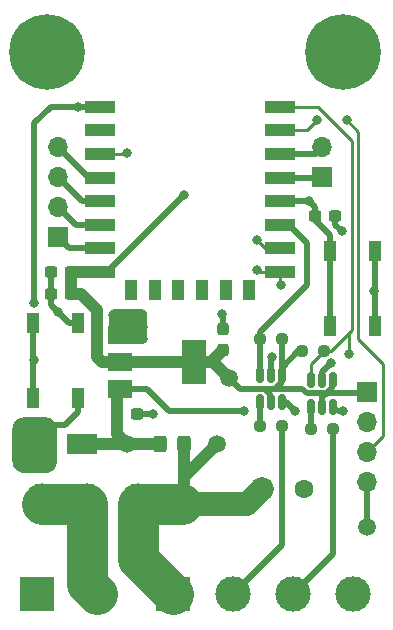
<source format=gtl>
%TF.GenerationSoftware,KiCad,Pcbnew,(6.0.5)*%
%TF.CreationDate,2023-06-01T20:28:18+03:00*%
%TF.ProjectId,led-controller,6c65642d-636f-46e7-9472-6f6c6c65722e,rev?*%
%TF.SameCoordinates,Original*%
%TF.FileFunction,Copper,L1,Top*%
%TF.FilePolarity,Positive*%
%FSLAX46Y46*%
G04 Gerber Fmt 4.6, Leading zero omitted, Abs format (unit mm)*
G04 Created by KiCad (PCBNEW (6.0.5)) date 2023-06-01 20:28:18*
%MOMM*%
%LPD*%
G01*
G04 APERTURE LIST*
G04 Aperture macros list*
%AMRoundRect*
0 Rectangle with rounded corners*
0 $1 Rounding radius*
0 $2 $3 $4 $5 $6 $7 $8 $9 X,Y pos of 4 corners*
0 Add a 4 corners polygon primitive as box body*
4,1,4,$2,$3,$4,$5,$6,$7,$8,$9,$2,$3,0*
0 Add four circle primitives for the rounded corners*
1,1,$1+$1,$2,$3*
1,1,$1+$1,$4,$5*
1,1,$1+$1,$6,$7*
1,1,$1+$1,$8,$9*
0 Add four rect primitives between the rounded corners*
20,1,$1+$1,$2,$3,$4,$5,0*
20,1,$1+$1,$4,$5,$6,$7,0*
20,1,$1+$1,$6,$7,$8,$9,0*
20,1,$1+$1,$8,$9,$2,$3,0*%
G04 Aperture macros list end*
%TA.AperFunction,SMDPad,CuDef*%
%ADD10RoundRect,0.237500X-0.300000X-0.237500X0.300000X-0.237500X0.300000X0.237500X-0.300000X0.237500X0*%
%TD*%
%TA.AperFunction,ComponentPad*%
%ADD11R,1.700000X1.700000*%
%TD*%
%TA.AperFunction,ComponentPad*%
%ADD12O,1.700000X1.700000*%
%TD*%
%TA.AperFunction,SMDPad,CuDef*%
%ADD13RoundRect,0.237500X-0.250000X-0.237500X0.250000X-0.237500X0.250000X0.237500X-0.250000X0.237500X0*%
%TD*%
%TA.AperFunction,SMDPad,CuDef*%
%ADD14RoundRect,0.237500X0.237500X-0.300000X0.237500X0.300000X-0.237500X0.300000X-0.237500X-0.300000X0*%
%TD*%
%TA.AperFunction,SMDPad,CuDef*%
%ADD15R,1.000000X1.700000*%
%TD*%
%TA.AperFunction,SMDPad,CuDef*%
%ADD16C,1.500000*%
%TD*%
%TA.AperFunction,SMDPad,CuDef*%
%ADD17RoundRect,0.237500X0.250000X0.237500X-0.250000X0.237500X-0.250000X-0.237500X0.250000X-0.237500X0*%
%TD*%
%TA.AperFunction,SMDPad,CuDef*%
%ADD18R,2.500000X1.800000*%
%TD*%
%TA.AperFunction,SMDPad,CuDef*%
%ADD19RoundRect,0.237500X0.300000X0.237500X-0.300000X0.237500X-0.300000X-0.237500X0.300000X-0.237500X0*%
%TD*%
%TA.AperFunction,ComponentPad*%
%ADD20O,3.000000X3.500000*%
%TD*%
%TA.AperFunction,ComponentPad*%
%ADD21R,1.600000X1.600000*%
%TD*%
%TA.AperFunction,ComponentPad*%
%ADD22C,1.600000*%
%TD*%
%TA.AperFunction,ComponentPad*%
%ADD23R,3.000000X3.000000*%
%TD*%
%TA.AperFunction,ComponentPad*%
%ADD24C,3.000000*%
%TD*%
%TA.AperFunction,ComponentPad*%
%ADD25C,0.800000*%
%TD*%
%TA.AperFunction,ComponentPad*%
%ADD26C,6.400000*%
%TD*%
%TA.AperFunction,SMDPad,CuDef*%
%ADD27RoundRect,0.150000X-0.150000X0.512500X-0.150000X-0.512500X0.150000X-0.512500X0.150000X0.512500X0*%
%TD*%
%TA.AperFunction,SMDPad,CuDef*%
%ADD28R,2.000000X1.500000*%
%TD*%
%TA.AperFunction,SMDPad,CuDef*%
%ADD29R,2.000000X3.800000*%
%TD*%
%TA.AperFunction,SMDPad,CuDef*%
%ADD30RoundRect,0.250000X0.325000X0.450000X-0.325000X0.450000X-0.325000X-0.450000X0.325000X-0.450000X0*%
%TD*%
%TA.AperFunction,SMDPad,CuDef*%
%ADD31R,2.500000X1.000000*%
%TD*%
%TA.AperFunction,SMDPad,CuDef*%
%ADD32R,1.000000X1.800000*%
%TD*%
%TA.AperFunction,ViaPad*%
%ADD33C,0.800000*%
%TD*%
%TA.AperFunction,Conductor*%
%ADD34C,2.000000*%
%TD*%
%TA.AperFunction,Conductor*%
%ADD35C,1.000000*%
%TD*%
%TA.AperFunction,Conductor*%
%ADD36C,3.500000*%
%TD*%
%TA.AperFunction,Conductor*%
%ADD37C,0.250000*%
%TD*%
%TA.AperFunction,Conductor*%
%ADD38C,0.500000*%
%TD*%
G04 APERTURE END LIST*
D10*
X98397500Y-104140000D03*
X100122500Y-104140000D03*
D11*
X93418000Y-89144000D03*
D12*
X93418000Y-86604000D03*
X93418000Y-84064000D03*
X93418000Y-81524000D03*
D13*
X110539500Y-97790000D03*
X112364500Y-97790000D03*
D14*
X107388000Y-98652500D03*
X107388000Y-96927500D03*
D15*
X95064000Y-96418000D03*
X95064000Y-102718000D03*
X91264000Y-96418000D03*
X91264000Y-102718000D03*
D16*
X119580000Y-113665000D03*
X99260000Y-106680000D03*
D17*
X112364500Y-105156000D03*
X110539500Y-105156000D03*
D18*
X95450000Y-106680000D03*
X91450000Y-106680000D03*
D19*
X94534500Y-93980000D03*
X92809500Y-93980000D03*
D20*
X95840000Y-111760000D03*
X92040000Y-111760000D03*
X103940000Y-111760000D03*
X100140000Y-111760000D03*
D21*
X110690000Y-110490000D03*
D22*
X114190000Y-110490000D03*
D23*
X91640000Y-119380000D03*
D24*
X96720000Y-119380000D03*
D17*
X115920500Y-98806000D03*
X114095500Y-98806000D03*
D11*
X119580000Y-102245000D03*
D12*
X119580000Y-104785000D03*
X119580000Y-107325000D03*
X119580000Y-109865000D03*
D25*
X119197056Y-75197056D03*
X117500000Y-71100000D03*
X119900000Y-73500000D03*
X117500000Y-75900000D03*
D26*
X117500000Y-73500000D03*
D25*
X115802944Y-71802944D03*
X115802944Y-75197056D03*
X119197056Y-71802944D03*
X115100000Y-73500000D03*
D17*
X116682500Y-105410000D03*
X114857500Y-105410000D03*
D27*
X112402000Y-100843500D03*
X111452000Y-100843500D03*
X110502000Y-100843500D03*
X110502000Y-103118500D03*
X111452000Y-103118500D03*
X112402000Y-103118500D03*
D10*
X115161500Y-87376000D03*
X116886500Y-87376000D03*
D19*
X94534500Y-92075000D03*
X92809500Y-92075000D03*
D16*
X107896000Y-101092000D03*
D11*
X115770000Y-84079000D03*
D12*
X115770000Y-81539000D03*
D25*
X92500000Y-71100000D03*
X90802944Y-71802944D03*
X94197056Y-71802944D03*
D26*
X92500000Y-73500000D03*
D25*
X94197056Y-75197056D03*
X94900000Y-73500000D03*
X92500000Y-75900000D03*
X90100000Y-73500000D03*
X90802944Y-75197056D03*
D27*
X116720000Y-101224500D03*
X115770000Y-101224500D03*
X114820000Y-101224500D03*
X114820000Y-103499500D03*
X115770000Y-103499500D03*
X116720000Y-103499500D03*
D28*
X98650000Y-97395000D03*
X98650000Y-99695000D03*
D29*
X104950000Y-99695000D03*
D28*
X98650000Y-101995000D03*
D30*
X104095000Y-106680000D03*
X102045000Y-106680000D03*
D15*
X116410000Y-90322000D03*
X116410000Y-96622000D03*
X120210000Y-96622000D03*
X120210000Y-90322000D03*
D23*
X103135302Y-119380000D03*
D24*
X108215302Y-119380000D03*
X113295302Y-119380000D03*
X118375302Y-119380000D03*
D31*
X96994000Y-78092000D03*
X96994000Y-80092000D03*
X96994000Y-82092000D03*
X96994000Y-84092000D03*
X96994000Y-86092000D03*
X96994000Y-88092000D03*
X96994000Y-90092000D03*
X96994000Y-92092000D03*
D32*
X99594000Y-93592000D03*
X101594000Y-93592000D03*
X103594000Y-93592000D03*
X105594000Y-93592000D03*
X107594000Y-93592000D03*
X109594000Y-93592000D03*
D31*
X112194000Y-92092000D03*
X112194000Y-90092000D03*
X112194000Y-88092000D03*
X112194000Y-86092000D03*
X112194000Y-84092000D03*
X112194000Y-82092000D03*
X112194000Y-80092000D03*
X112194000Y-78092000D03*
D16*
X106880000Y-106680000D03*
D33*
X99060000Y-95758000D03*
X93418000Y-95504000D03*
X90424000Y-105029000D03*
X100584000Y-97790000D03*
X120142000Y-93726000D03*
X100076000Y-95758000D03*
X90424000Y-108331000D03*
X101473000Y-104140000D03*
X98044000Y-95758000D03*
X112268000Y-93218000D03*
X92456000Y-108331000D03*
X91440000Y-105029000D03*
X111515000Y-99314000D03*
X92456000Y-105029000D03*
X91440000Y-108331000D03*
X117460500Y-88646000D03*
X110236000Y-91948000D03*
X100584000Y-96774000D03*
X116532000Y-99822000D03*
X107315000Y-95631000D03*
X109166000Y-103886000D03*
X117548000Y-103886000D03*
X113484000Y-103886000D03*
X104086000Y-85598000D03*
X91386000Y-99568000D03*
X91386000Y-94742000D03*
X95082000Y-78092000D03*
X114639500Y-86092000D03*
X118056000Y-99060000D03*
X117856000Y-79248000D03*
X115316000Y-79248000D03*
X99260000Y-82042000D03*
X110236000Y-89408000D03*
D34*
X103940000Y-111760000D02*
X109420000Y-111760000D01*
D35*
X104349000Y-109211000D02*
X104095000Y-109211000D01*
X106880000Y-106680000D02*
X104349000Y-109211000D01*
X104095000Y-111605000D02*
X103940000Y-111760000D01*
X104095000Y-106680000D02*
X104095000Y-109211000D01*
D36*
X100140000Y-111760000D02*
X100140000Y-116384698D01*
D35*
X104095000Y-109211000D02*
X104095000Y-111605000D01*
D36*
X100140000Y-116384698D02*
X103135302Y-119380000D01*
D34*
X109420000Y-111760000D02*
X110690000Y-110490000D01*
D36*
X100140000Y-111760000D02*
X103940000Y-111760000D01*
D37*
X112194000Y-92092000D02*
X110380000Y-92092000D01*
D38*
X111452000Y-100843500D02*
X111452000Y-99377000D01*
X116886500Y-88072000D02*
X117460500Y-88646000D01*
X95064000Y-96418000D02*
X94332000Y-96418000D01*
X95064000Y-102718000D02*
X95064000Y-103945000D01*
D37*
X112194000Y-93144000D02*
X112268000Y-93218000D01*
D38*
X120210000Y-93794000D02*
X120142000Y-93726000D01*
X95064000Y-103945000D02*
X93980000Y-105029000D01*
X107388000Y-95704000D02*
X107315000Y-95631000D01*
X120210000Y-96622000D02*
X120210000Y-93794000D01*
X107388000Y-96927500D02*
X107388000Y-95704000D01*
X115770000Y-100584000D02*
X116532000Y-99822000D01*
X92809500Y-92075000D02*
X92809500Y-93980000D01*
X119580000Y-113665000D02*
X119580000Y-109865000D01*
X115770000Y-101224500D02*
X115770000Y-100584000D01*
X120210000Y-90322000D02*
X120210000Y-93658000D01*
X120210000Y-93658000D02*
X120142000Y-93726000D01*
X92809500Y-93980000D02*
X92809500Y-94895500D01*
X111452000Y-99377000D02*
X111515000Y-99314000D01*
X92809500Y-94895500D02*
X93418000Y-95504000D01*
X94332000Y-96418000D02*
X93418000Y-95504000D01*
D37*
X110380000Y-92092000D02*
X110236000Y-91948000D01*
X112194000Y-92092000D02*
X112194000Y-93144000D01*
D38*
X100122500Y-104140000D02*
X101473000Y-104140000D01*
X93980000Y-105029000D02*
X92456000Y-105029000D01*
X116886500Y-87376000D02*
X116886500Y-88072000D01*
D35*
X98397500Y-104140000D02*
X98397500Y-102247500D01*
X95450000Y-106680000D02*
X99260000Y-106680000D01*
D38*
X112402000Y-103118500D02*
X112716500Y-103118500D01*
X117106500Y-103886000D02*
X116720000Y-103499500D01*
D35*
X102045000Y-106680000D02*
X99260000Y-106680000D01*
D38*
X117548000Y-103886000D02*
X117106500Y-103886000D01*
D35*
X99260000Y-106680000D02*
X98397500Y-105817500D01*
D38*
X100925000Y-101995000D02*
X98650000Y-101995000D01*
D35*
X98397500Y-105817500D02*
X98397500Y-104140000D01*
D38*
X112716500Y-103118500D02*
X113484000Y-103886000D01*
X109166000Y-103886000D02*
X102816000Y-103886000D01*
X102816000Y-103886000D02*
X100925000Y-101995000D01*
D35*
X98397500Y-102247500D02*
X98650000Y-101995000D01*
D38*
X114447151Y-102362000D02*
X115593809Y-102362000D01*
D35*
X94534500Y-93980000D02*
X95375022Y-93980000D01*
D38*
X108810480Y-102006480D02*
X110900329Y-102006480D01*
X114091631Y-102006480D02*
X114447151Y-102362000D01*
X110900329Y-102006480D02*
X111452000Y-102558151D01*
X116720000Y-101784849D02*
X116720000Y-101224500D01*
D35*
X104950000Y-99695000D02*
X106345500Y-99695000D01*
D38*
X96994000Y-92092000D02*
X97592000Y-92092000D01*
X112402000Y-100843500D02*
X112402000Y-101403849D01*
D35*
X95375022Y-93980000D02*
X96720000Y-95324978D01*
X96720000Y-99314000D02*
X97101000Y-99695000D01*
D38*
X115966658Y-102538191D02*
X116720000Y-101784849D01*
D35*
X94534500Y-92075000D02*
X96977000Y-92075000D01*
D38*
X112364500Y-100806000D02*
X112364500Y-100179500D01*
X111799369Y-102006480D02*
X111553520Y-102006480D01*
X112364500Y-100806000D02*
X112402000Y-100843500D01*
X115593809Y-102362000D02*
X115770000Y-102538191D01*
X112364500Y-100179500D02*
X113738000Y-98806000D01*
X110900329Y-102006480D02*
X114091631Y-102006480D01*
X97592000Y-92092000D02*
X104086000Y-85598000D01*
D35*
X94534500Y-93980000D02*
X94534500Y-92075000D01*
D38*
X111452000Y-102558151D02*
X111452000Y-103118500D01*
X112402000Y-101403849D02*
X111799369Y-102006480D01*
D35*
X106345500Y-99695000D02*
X106499000Y-99695000D01*
X98650000Y-99695000D02*
X104950000Y-99695000D01*
X96720000Y-95324978D02*
X96720000Y-99314000D01*
X106499000Y-99695000D02*
X107896000Y-101092000D01*
X106345500Y-99695000D02*
X107388000Y-98652500D01*
D38*
X115593809Y-102362000D02*
X119463000Y-102362000D01*
X107896000Y-101092000D02*
X108810480Y-102006480D01*
D35*
X97101000Y-99695000D02*
X98650000Y-99695000D01*
D38*
X115770000Y-102538191D02*
X115770000Y-103499500D01*
X115770000Y-102538191D02*
X115966658Y-102538191D01*
X113738000Y-98806000D02*
X114095500Y-98806000D01*
D35*
X96977000Y-92075000D02*
X96994000Y-92092000D01*
D38*
X112364500Y-97790000D02*
X112364500Y-100806000D01*
X119463000Y-102362000D02*
X119580000Y-102245000D01*
X95082000Y-78092000D02*
X92796000Y-78092000D01*
X91386000Y-94742000D02*
X91386000Y-79502000D01*
X96994000Y-78092000D02*
X95082000Y-78092000D01*
X91264000Y-96418000D02*
X91264000Y-99446000D01*
X91386000Y-79502000D02*
X92796000Y-78092000D01*
X91264000Y-99690000D02*
X91386000Y-99568000D01*
X91264000Y-99446000D02*
X91386000Y-99568000D01*
X91264000Y-102718000D02*
X91264000Y-99690000D01*
X115161500Y-87729500D02*
X115161500Y-87376000D01*
X116410000Y-90322000D02*
X116410000Y-88978000D01*
X112194000Y-86092000D02*
X114639500Y-86092000D01*
X115161500Y-87376000D02*
X115161500Y-86614000D01*
X115161500Y-86614000D02*
X114639500Y-86092000D01*
X116410000Y-96622000D02*
X116410000Y-90322000D01*
X116410000Y-88978000D02*
X115161500Y-87729500D01*
D36*
X95840000Y-118500000D02*
X96720000Y-119380000D01*
X95840000Y-111760000D02*
X95840000Y-118500000D01*
X92040000Y-111760000D02*
X95840000Y-111760000D01*
D38*
X112364500Y-115230802D02*
X108215302Y-119380000D01*
X112364500Y-105156000D02*
X112364500Y-115230802D01*
X116682500Y-105410000D02*
X116682500Y-115992802D01*
X116682500Y-115992802D02*
X113295302Y-119380000D01*
D37*
X118310000Y-97028000D02*
X118310000Y-81026000D01*
X115376000Y-78092000D02*
X112194000Y-78092000D01*
X118056000Y-97282000D02*
X118310000Y-97028000D01*
X116532000Y-98806000D02*
X118056000Y-97282000D01*
X114820000Y-99906500D02*
X115920500Y-98806000D01*
X118310000Y-81026000D02*
X115376000Y-78092000D01*
X114820000Y-101224500D02*
X114820000Y-99906500D01*
X118056000Y-99060000D02*
X118056000Y-97282000D01*
X115920500Y-98806000D02*
X116532000Y-98806000D01*
X118818000Y-97790000D02*
X120904000Y-99876000D01*
X112194000Y-80092000D02*
X114472000Y-80092000D01*
X120904000Y-99876000D02*
X120904000Y-106001000D01*
X120904000Y-106001000D02*
X119580000Y-107325000D01*
X117856000Y-79248000D02*
X118818000Y-80210000D01*
X118818000Y-80210000D02*
X118818000Y-97790000D01*
X114472000Y-80092000D02*
X115316000Y-79248000D01*
D38*
X112194000Y-84092000D02*
X115757000Y-84092000D01*
X115757000Y-84092000D02*
X115770000Y-84079000D01*
X112194000Y-82092000D02*
X115217000Y-82092000D01*
X115217000Y-82092000D02*
X115770000Y-81539000D01*
X94906000Y-88092000D02*
X93418000Y-86604000D01*
X96994000Y-88092000D02*
X94906000Y-88092000D01*
X94366000Y-90092000D02*
X93418000Y-89144000D01*
X96994000Y-90092000D02*
X94366000Y-90092000D01*
X95446000Y-86092000D02*
X93418000Y-84064000D01*
X96994000Y-86092000D02*
X95446000Y-86092000D01*
X96994000Y-84092000D02*
X95986000Y-84092000D01*
X95986000Y-84092000D02*
X93418000Y-81524000D01*
D37*
X96994000Y-82092000D02*
X99210000Y-82092000D01*
X99210000Y-82092000D02*
X99260000Y-82042000D01*
X110920000Y-90092000D02*
X112194000Y-90092000D01*
X110236000Y-89408000D02*
X110920000Y-90092000D01*
D38*
X114500000Y-89648000D02*
X112944000Y-88092000D01*
X110539500Y-100806000D02*
X110502000Y-100843500D01*
X110539500Y-97790000D02*
X110539500Y-97178500D01*
X110539500Y-97178500D02*
X114500000Y-93218000D01*
X112944000Y-88092000D02*
X112194000Y-88092000D01*
X110539500Y-97790000D02*
X110539500Y-100806000D01*
X114500000Y-93218000D02*
X114500000Y-89648000D01*
X110539500Y-105156000D02*
X110539500Y-103156000D01*
X110539500Y-103156000D02*
X110502000Y-103118500D01*
X114857500Y-105410000D02*
X114857500Y-103537000D01*
X114857500Y-103537000D02*
X114820000Y-103499500D01*
%TA.AperFunction,Conductor*%
G36*
X100473188Y-95251078D02*
G01*
X100577963Y-95264872D01*
X100609735Y-95273385D01*
X100699674Y-95310639D01*
X100728160Y-95327086D01*
X100805393Y-95386349D01*
X100828651Y-95409607D01*
X100887914Y-95486840D01*
X100904361Y-95515326D01*
X100941615Y-95605265D01*
X100950128Y-95637037D01*
X100963922Y-95741812D01*
X100965000Y-95758258D01*
X100965000Y-97662742D01*
X100963922Y-97679188D01*
X100950128Y-97783963D01*
X100941615Y-97815735D01*
X100904361Y-97905674D01*
X100887914Y-97934160D01*
X100828651Y-98011393D01*
X100805393Y-98034651D01*
X100728160Y-98093914D01*
X100699674Y-98110361D01*
X100609735Y-98147615D01*
X100577963Y-98156128D01*
X100473188Y-98169922D01*
X100456742Y-98171000D01*
X98171258Y-98171000D01*
X98154812Y-98169922D01*
X98050037Y-98156128D01*
X98018265Y-98147615D01*
X97928326Y-98110361D01*
X97899840Y-98093914D01*
X97822607Y-98034651D01*
X97799352Y-98011397D01*
X97754537Y-97952994D01*
X97728937Y-97886773D01*
X97728500Y-97876290D01*
X97728500Y-95544710D01*
X97748502Y-95476589D01*
X97754537Y-95468006D01*
X97799352Y-95409603D01*
X97822607Y-95386349D01*
X97899840Y-95327086D01*
X97928326Y-95310639D01*
X98018265Y-95273385D01*
X98050037Y-95264872D01*
X98154812Y-95251078D01*
X98171258Y-95250000D01*
X100456742Y-95250000D01*
X100473188Y-95251078D01*
G37*
%TD.AperFunction*%
%TA.AperFunction,Conductor*%
G36*
X92351163Y-104394607D02*
G01*
X92527740Y-104411999D01*
X92551957Y-104416815D01*
X92715809Y-104466518D01*
X92738629Y-104475971D01*
X92889631Y-104556683D01*
X92910158Y-104570399D01*
X93042521Y-104679026D01*
X93059974Y-104696479D01*
X93168601Y-104828842D01*
X93182319Y-104849372D01*
X93263029Y-105000371D01*
X93272482Y-105023190D01*
X93322185Y-105187043D01*
X93327002Y-105211263D01*
X93344393Y-105387837D01*
X93345000Y-105400187D01*
X93345000Y-108086813D01*
X93344393Y-108099163D01*
X93327002Y-108275737D01*
X93322185Y-108299957D01*
X93272482Y-108463809D01*
X93263029Y-108486629D01*
X93182319Y-108637628D01*
X93168601Y-108658158D01*
X93059974Y-108790521D01*
X93042521Y-108807974D01*
X92910158Y-108916601D01*
X92889631Y-108930317D01*
X92797417Y-108979607D01*
X92738629Y-109011029D01*
X92715810Y-109020482D01*
X92551957Y-109070185D01*
X92527740Y-109075001D01*
X92351163Y-109092393D01*
X92338813Y-109093000D01*
X90541187Y-109093000D01*
X90528837Y-109092393D01*
X90352260Y-109075001D01*
X90328043Y-109070185D01*
X90164190Y-109020482D01*
X90141371Y-109011029D01*
X90082583Y-108979607D01*
X89990369Y-108930317D01*
X89969842Y-108916601D01*
X89837479Y-108807974D01*
X89820026Y-108790521D01*
X89711399Y-108658158D01*
X89697681Y-108637628D01*
X89616971Y-108486629D01*
X89607518Y-108463809D01*
X89557815Y-108299957D01*
X89552998Y-108275737D01*
X89535607Y-108099163D01*
X89535000Y-108086813D01*
X89535000Y-105400187D01*
X89535607Y-105387837D01*
X89552998Y-105211263D01*
X89557815Y-105187043D01*
X89607518Y-105023190D01*
X89616971Y-105000371D01*
X89697681Y-104849372D01*
X89711399Y-104828842D01*
X89820026Y-104696479D01*
X89837479Y-104679026D01*
X89969842Y-104570399D01*
X89990369Y-104556683D01*
X90141371Y-104475971D01*
X90164191Y-104466518D01*
X90328043Y-104416815D01*
X90352260Y-104411999D01*
X90528837Y-104394607D01*
X90541187Y-104394000D01*
X92338813Y-104394000D01*
X92351163Y-104394607D01*
G37*
%TD.AperFunction*%
M02*

</source>
